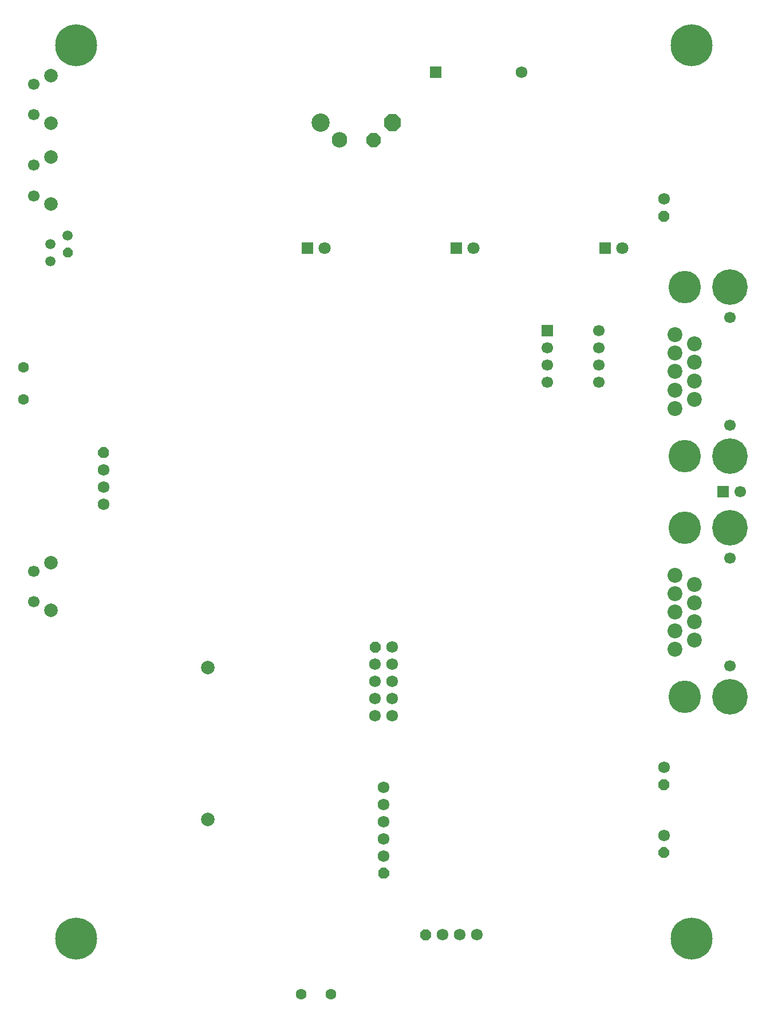
<source format=gbr>
G04 DipTrace 2.2.0.9*
%INBottomMask.gbr*%
%MOIN*%
%ADD56C,0.0591*%
%ADD104C,0.0866*%
%ADD105C,0.0709*%
%ADD123R,0.0669X0.0669*%
%ADD139C,0.0669*%
%ADD143R,0.0679X0.0679*%
%ADD151C,0.2441*%
%ADD159C,0.063*%
%ADD169C,0.2067*%
%ADD171C,0.0669*%
%ADD174C,0.189*%
%ADD176C,0.0679*%
%ADD182C,0.0787*%
%ADD189C,0.0679*%
%ADD206C,0.0906*%
%ADD208C,0.1063*%
%ADD211R,0.0709X0.0709*%
%FSLAX44Y44*%
%SFA1B1*%
%OFA0B0*%
G04*
G70*
G90*
G75*
G01*
%LNBotMask*%
%LPD*%
D211*
X38083Y48819D3*
D105*
X39083D3*
D211*
X29421D3*
D105*
X30421D3*
D211*
X20760D3*
D105*
X21760D3*
G36*
X25504Y56612D2*
X25913D1*
X26203Y56323D1*
Y55913D1*
X25913Y55624D1*
X25504D1*
X25215Y55913D1*
Y56323D1*
X25504Y56612D1*
G37*
D208*
X21535Y56118D3*
G36*
X24432Y55539D2*
X24781D1*
X25028Y55293D1*
Y54944D1*
X24781Y54697D1*
X24432D1*
X24185Y54944D1*
Y55293D1*
X24432Y55539D1*
G37*
D206*
X22638Y55118D3*
D56*
X5799Y48069D3*
G36*
X7075Y48683D2*
Y48455D1*
X6913Y48293D1*
X6685D1*
X6523Y48455D1*
Y48683D1*
X6685Y48845D1*
X6913D1*
X7075Y48683D1*
G37*
D56*
X5799Y49069D3*
X6799Y49569D3*
G36*
X25513Y12592D2*
Y12330D1*
X25328Y12144D1*
X25066D1*
X24880Y12330D1*
Y12592D1*
X25066Y12777D1*
X25328D1*
X25513Y12592D1*
G37*
D189*
X25197Y13461D3*
Y14461D3*
Y15461D3*
Y16461D3*
Y17461D3*
G36*
X24828Y25306D2*
X24566D1*
X24380Y25491D1*
Y25753D1*
X24566Y25939D1*
X24828D1*
X25013Y25753D1*
Y25491D1*
X24828Y25306D1*
G37*
D189*
X25697Y25622D3*
X24697Y24622D3*
X25697D3*
X24697Y23622D3*
X25697D3*
X24697Y22622D3*
X25697D3*
X24697Y21622D3*
X25697D3*
D182*
X14961Y24409D3*
Y15591D3*
G36*
X41190Y13542D2*
Y13804D1*
X41376Y13990D1*
X41638D1*
X41823Y13804D1*
Y13542D1*
X41638Y13357D1*
X41376D1*
X41190Y13542D1*
G37*
D176*
X41507Y14673D3*
G36*
X41190Y17479D2*
Y17741D1*
X41376Y17927D1*
X41638D1*
X41823Y17741D1*
Y17479D1*
X41638Y17294D1*
X41376D1*
X41190Y17479D1*
G37*
D176*
X41507Y18610D3*
D104*
X42157Y39488D3*
X43276Y40028D3*
X42157Y40567D3*
X43276Y41106D3*
X42157Y41646D3*
X43276Y42185D3*
X42157Y42724D3*
X43276Y43264D3*
X42157Y43803D3*
D174*
X42717Y46567D3*
Y36724D3*
D171*
X45354Y44776D3*
D169*
Y46567D3*
D171*
Y38516D3*
D169*
Y36724D3*
D104*
X42157Y25488D3*
X43276Y26028D3*
X42157Y26567D3*
X43276Y27106D3*
X42157Y27646D3*
X43276Y28185D3*
X42157Y28724D3*
X43276Y29264D3*
X42157Y29803D3*
D174*
X42717Y32567D3*
Y22724D3*
D171*
X45354Y30776D3*
D169*
Y32567D3*
D171*
Y24516D3*
D169*
Y22724D3*
G36*
X41190Y50550D2*
Y50812D1*
X41376Y50998D1*
X41638D1*
X41823Y50812D1*
Y50550D1*
X41638Y50365D1*
X41376D1*
X41190Y50550D1*
G37*
D176*
X41507Y51681D3*
G36*
X9204Y37064D2*
Y36802D1*
X9018Y36617D1*
X8756D1*
X8570Y36802D1*
Y37064D1*
X8756Y37250D1*
X9018D1*
X9204Y37064D1*
G37*
D176*
X8887Y35933D3*
Y34933D3*
Y33933D3*
D159*
X4232Y41880D3*
Y40010D3*
G36*
X27503Y9204D2*
X27765D1*
X27950Y9018D1*
Y8756D1*
X27765Y8570D1*
X27503D1*
X27317Y8756D1*
Y9018D1*
X27503Y9204D1*
G37*
D176*
X28634Y8887D3*
X29634D3*
X30634D3*
D159*
X20394Y5424D3*
X22126D3*
D151*
X43110Y8661D3*
X7283Y60630D3*
X43110D3*
X7283Y8661D3*
D189*
X33209Y59055D3*
D143*
X28209D3*
D182*
X5807Y56102D3*
Y58858D3*
D139*
X4823Y56594D3*
Y58366D3*
D182*
X5807Y51378D3*
Y54134D3*
D139*
X4823Y51870D3*
Y53642D3*
D182*
X5807Y27756D3*
Y30512D3*
D139*
X4823Y28248D3*
Y30020D3*
D123*
X34720Y44020D3*
D139*
Y43020D3*
Y42020D3*
Y41020D3*
X37720D3*
Y42020D3*
Y43020D3*
Y44020D3*
D123*
X44957Y34646D3*
D139*
X45957D3*
M02*

</source>
